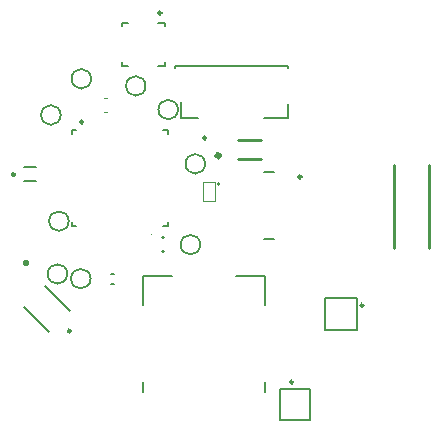
<source format=gbo>
G04*
G04 #@! TF.GenerationSoftware,Altium Limited,Altium NEXUS,3.0.10 (100)*
G04*
G04 Layer_Color=32896*
%FSLAX44Y44*%
%MOMM*%
G71*
G01*
G75*
%ADD10C,0.2500*%
%ADD11C,0.1000*%
%ADD12C,0.2000*%
%ADD13C,0.1500*%
%ADD14C,0.2540*%
%ADD110C,0.4000*%
%ADD202C,0.1250*%
D10*
X305250Y104250D02*
G03*
X305250Y104250I-1250J0D01*
G01*
X245750Y39250D02*
G03*
X245750Y39250I-1250J0D01*
G01*
X10250Y215000D02*
G03*
X10250Y215000I-1250J0D01*
G01*
X57488Y82512D02*
G03*
X57488Y82512I-1250J0D01*
G01*
X134250Y351750D02*
G03*
X134250Y351750I-1250J0D01*
G01*
X68000Y259500D02*
G03*
X68000Y259500I-1250J0D01*
G01*
X172142Y245953D02*
G03*
X172142Y245953I-1250J0D01*
G01*
X252892Y213000D02*
G03*
X252892Y213000I-1250J0D01*
G01*
D11*
X101500Y279887D02*
G03*
X101500Y279887I-500J0D01*
G01*
X125892Y163867D02*
G03*
X125892Y163867I-500J0D01*
G01*
X169499Y192750D02*
Y208750D01*
X179500D01*
Y192750D02*
Y208750D01*
X169499Y192750D02*
X179500D01*
D12*
X150750Y269595D02*
Y276500D01*
X299500Y83250D02*
Y110250D01*
X272500Y83250D02*
X299500D01*
X272500D02*
Y110250D01*
X299500D01*
X234250Y33500D02*
X260250D01*
Y7500D02*
Y33500D01*
X234250Y7500D02*
X260250D01*
X234250D02*
Y33500D01*
X91250Y131065D02*
X94250D01*
X91250Y122565D02*
X94250D01*
X17750Y221250D02*
X27750D01*
X17750Y209250D02*
X27750D01*
X35732Y120695D02*
X56945Y99482D01*
X18055Y103018D02*
X39268Y81805D01*
X137000Y340400D02*
Y343500D01*
Y307000D02*
Y310100D01*
X100500Y307000D02*
X106100D01*
X131400D02*
X137000D01*
X100500Y340400D02*
Y343500D01*
Y307000D02*
Y310100D01*
Y343500D02*
X106100D01*
X131400D02*
X137000D01*
X58250Y252750D02*
X62000D01*
X136000D02*
X139750D01*
Y171250D02*
Y175000D01*
Y249000D02*
Y252750D01*
X58250Y171250D02*
X62000D01*
X136000D02*
X139750D01*
X58250D02*
Y175000D01*
Y249000D02*
Y252750D01*
X118253Y31125D02*
Y39125D01*
X118253Y104125D02*
X118253Y128629D01*
X143000D01*
X197000D02*
X221747D01*
X221747Y104125D01*
X221747Y31125D02*
Y39125D01*
X241390Y304953D02*
Y306953D01*
X145390D02*
X241392D01*
X221392Y262953D02*
X241390D01*
Y274953D01*
X150750Y262953D02*
X165392Y262953D01*
X150750Y262953D02*
Y269595D01*
X145392Y304953D02*
Y306953D01*
X220892Y160500D02*
X229892D01*
X220892Y217500D02*
X229892D01*
D13*
X171219Y224000D02*
G03*
X171219Y224000I-8270J0D01*
G01*
X54490Y130771D02*
G03*
X54490Y130771I-8270J0D01*
G01*
X48991Y265338D02*
G03*
X48991Y265338I-8270J0D01*
G01*
X148246Y269879D02*
G03*
X148246Y269879I-8270J0D01*
G01*
X167145Y155542D02*
G03*
X167145Y155542I-8270J0D01*
G01*
X55770Y175500D02*
G03*
X55770Y175500I-8270J0D01*
G01*
X74270Y126750D02*
G03*
X74270Y126750I-8270J0D01*
G01*
X74770Y296000D02*
G03*
X74770Y296000I-8270J0D01*
G01*
X120839Y289953D02*
G03*
X120839Y289953I-8270J0D01*
G01*
X183250Y206750D02*
G03*
X183250Y206750I-750J0D01*
G01*
D14*
X199000Y228000D02*
X219000D01*
X199000Y244000D02*
X219000D01*
X361000Y153000D02*
Y223000D01*
X331000Y153000D02*
Y223000D01*
X134892Y161867D02*
X135892D01*
X134892Y149867D02*
X135892D01*
X17540Y138790D02*
X20079D01*
Y141329D01*
X17540D01*
Y138790D01*
D110*
X183680Y230920D02*
G03*
X183680Y230920I-1350J0D01*
G01*
D202*
X86000Y279887D02*
X88000D01*
X86000Y267887D02*
X88000D01*
M02*

</source>
